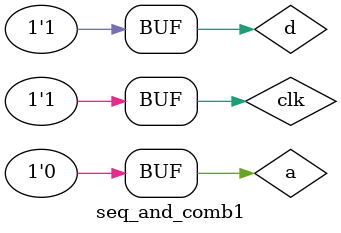
<source format=sv>
module seq_and_comb1;

// Inspired by "Relating Event and Trace Semantics
// of Hardware Description Languages" by Michael
// Gordon, see Sec 7.3 in the paper

logic clk = 0;

logic a, d, q1, q2;

initial begin
 #1 clk = 1;
 d = 1;
end

always @(posedge clk) q1 <= !d;

// When the write clk and d happen during the same
// simulation cycle, we can end up with q1 != q2.
// We can interpret this as the two events are
// unordered (since they occur in the same
// simulation cycle).
always_comb a = !d;
always @(posedge clk) q2 <= a;

endmodule

</source>
